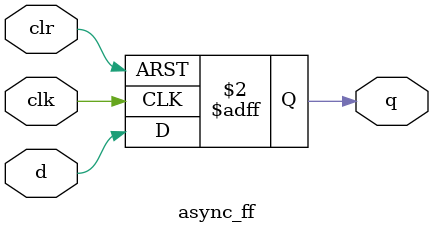
<source format=sv>
/*
The clk_sync module uses 4 asynchronized flip flops in order to produce a synchronized clk signal.
The module is adapted from the schematic after page 48 in lecture 4b / Last question of HW1.
This module will be used by the top level module to synchronize the 22kHz signal and 27MHz signal which was divided. This means that when the 27MHz has a posedge, so should the 22kHz clk. 
*/

module clk_sync(outClk, async_clk, out_sync_clk);

input logic outClk, async_clk;
output logic out_sync_clk;

logic q_a, q_b, q_c, q_d;

async_ff ff_a (.clk(async_clk), .clr(!async_clk & q_c), .d(1'b1), .q(q_a));
async_ff ff_b (.clk(outClk), .clr(1'b0), .d(q_a), .q(q_b));
async_ff ff_c (.clk(outClk), .clr(1'b0), .d(q_b), .q(q_c));
async_ff ff_d (.clk(outClk), .clr(1'b0), .d(q_c), .q(q_d));

assign out_sync_clk = !q_d & q_c;

endmodule

// Asynchronized d flip flop that can be connected in sequence
module async_ff (clk, clr, d, q);
input logic clk, clr, d;
output logic q;

always_ff @(posedge clk or posedge clr) begin
	if (clr) q <= 1'b0;
	else q <= d;
end

endmodule

</source>
